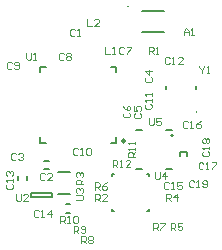
<source format=gto>
%FSAX44Y44*%
%MOMM*%
G71*
G01*
G75*
G04 Layer_Color=65535*
%ADD10R,0.5000X0.6000*%
%ADD11R,0.6000X0.5000*%
%ADD12R,0.7000X0.9000*%
%ADD13R,0.3000X0.6000*%
%ADD14R,1.5500X1.5500*%
%ADD15R,0.6500X0.2000*%
%ADD16R,0.2000X0.6500*%
%ADD17R,0.9000X0.7000*%
%ADD18O,0.8000X0.2000*%
%ADD19O,0.2000X0.8000*%
%ADD20R,4.6000X4.6000*%
%ADD21R,1.0000X2.0000*%
%ADD22R,0.7112X0.2286*%
%ADD23R,1.1500X1.4000*%
%ADD24R,0.4500X0.3500*%
%ADD25R,0.3500X0.4500*%
%ADD26C,0.1500*%
%ADD27C,0.3000*%
%ADD28C,0.5000*%
%ADD29C,0.2000*%
%ADD30C,0.9000*%
%ADD31C,0.6000*%
%ADD32C,0.8000*%
%ADD33R,0.9000X0.9000*%
%ADD34C,0.2500*%
%ADD35C,0.1250*%
D29*
X02961128Y02623028D02*
G03*
X02961128Y02623028I-00000010J00000000D01*
G01*
X03018878Y02533538D02*
G03*
X03018878Y02533538I-00000010J00000000D01*
G01*
X02999368Y02513778D02*
G03*
X02999368Y02513778I-00001000J00000000D01*
G01*
X02908118Y02448528D02*
X02912118D01*
X02908118Y02455528D02*
X02912118D01*
X02896118Y02461778D02*
Y02464778D01*
X02879118Y02461778D02*
Y02464778D01*
X02896118D01*
X02879118Y02461778D02*
X02896118D01*
X02978618Y02449778D02*
Y02451278D01*
X02977118Y02449778D02*
X02978618D01*
Y02479278D02*
Y02480778D01*
X02977118D02*
X02978618D01*
X02947618D02*
X02949118D01*
X02947618Y02479278D02*
Y02480778D01*
Y02449778D02*
Y02451278D01*
Y02449778D02*
X02949118D01*
X02875118Y02475778D02*
Y02479778D01*
X02868118Y02475778D02*
Y02479778D01*
X02950618Y02507778D02*
Y02512278D01*
X02946118Y02507778D02*
X02950618D01*
X02886618D02*
X02891118D01*
X02886618D02*
Y02512278D01*
Y02567278D02*
Y02571778D01*
X02891118D01*
X02950618Y02567278D02*
Y02571778D01*
X02946118D02*
X02950618D01*
X02973118Y02619028D02*
X02991118D01*
X02973118Y02601028D02*
X02991118D01*
X03011118Y02496028D02*
Y02500028D01*
X03004618D02*
X03011118D01*
X03004618Y02496028D02*
Y02500028D01*
X02901618Y02464528D02*
X02912032D01*
X02901704Y02482528D02*
X02912118D01*
X02889618Y02485528D02*
X02893618D01*
X02889618Y02492528D02*
X02893618D01*
X02992868Y02553528D02*
Y02555528D01*
X03018868Y02553528D02*
Y02555528D01*
X02967368Y02518528D02*
X02972368D01*
X02993368D02*
X02998368D01*
X02993368Y02485528D02*
X02998368D01*
X02967368D02*
X02972368D01*
D34*
X02958368Y02509278D02*
G03*
X02958368Y02509278I-00001250J00000000D01*
G01*
D35*
X02866368Y02464526D02*
Y02459528D01*
X02867368Y02458528D01*
X02869367D01*
X02870367Y02459528D01*
Y02464526D01*
X02876365Y02458528D02*
X02872366D01*
X02876365Y02462527D01*
Y02463526D01*
X02875365Y02464526D01*
X02873366D01*
X02872366Y02463526D01*
X02885367Y02449526D02*
X02884367Y02450526D01*
X02882368D01*
X02881368Y02449526D01*
Y02445528D01*
X02882368Y02444528D01*
X02884367D01*
X02885367Y02445528D01*
X02887366Y02444528D02*
X02889366D01*
X02888366D01*
Y02450526D01*
X02887366Y02449526D01*
X02895363Y02444528D02*
Y02450526D01*
X02892365Y02447527D01*
X02896363D01*
X02858620Y02472777D02*
X02857620Y02471777D01*
Y02469778D01*
X02858620Y02468778D01*
X02862618D01*
X02863618Y02469778D01*
Y02471777D01*
X02862618Y02472777D01*
X02863618Y02474776D02*
Y02476775D01*
Y02475776D01*
X02857620D01*
X02858620Y02474776D01*
Y02479774D02*
X02857620Y02480774D01*
Y02482773D01*
X02858620Y02483773D01*
X02859619D01*
X02860619Y02482773D01*
Y02481774D01*
Y02482773D01*
X02861619Y02483773D01*
X02862618D01*
X02863618Y02482773D01*
Y02480774D01*
X02862618Y02479774D01*
X03021368Y02572526D02*
Y02571526D01*
X03023367Y02569527D01*
X03025367Y02571526D01*
Y02572526D01*
X03023367Y02569527D02*
Y02566528D01*
X03027366D02*
X03029366D01*
X03028366D01*
Y02572526D01*
X03027366Y02571526D01*
X02874868Y02584026D02*
Y02579028D01*
X02875868Y02578028D01*
X02877867D01*
X02878867Y02579028D01*
Y02584026D01*
X02880866Y02578028D02*
X02882865D01*
X02881866D01*
Y02584026D01*
X02880866Y02583026D01*
X02916870Y02459278D02*
X02921868D01*
X02922868Y02460278D01*
Y02462277D01*
X02921868Y02463277D01*
X02916870D01*
X02917870Y02465276D02*
X02916870Y02466276D01*
Y02468275D01*
X02917870Y02469275D01*
X02918869D01*
X02919869Y02468275D01*
Y02467275D01*
Y02468275D01*
X02920869Y02469275D01*
X02921868D01*
X02922868Y02468275D01*
Y02466276D01*
X02921868Y02465276D01*
X02996117Y02579276D02*
X02995117Y02580276D01*
X02993118D01*
X02992118Y02579276D01*
Y02575278D01*
X02993118Y02574278D01*
X02995117D01*
X02996117Y02575278D01*
X02998116Y02574278D02*
X03000115D01*
X02999116D01*
Y02580276D01*
X02998116Y02579276D01*
X03007113Y02574278D02*
X03003114D01*
X03007113Y02578277D01*
Y02579276D01*
X03006113Y02580276D01*
X03004114D01*
X03003114Y02579276D01*
X02957870Y02533027D02*
X02956870Y02532027D01*
Y02530028D01*
X02957870Y02529028D01*
X02961868D01*
X02962868Y02530028D01*
Y02532027D01*
X02961868Y02533027D01*
X02956870Y02539025D02*
X02957870Y02537025D01*
X02959869Y02535026D01*
X02961868D01*
X02962868Y02536026D01*
Y02538025D01*
X02961868Y02539025D01*
X02960869D01*
X02959869Y02538025D01*
Y02535026D01*
X02966620Y02532527D02*
X02965620Y02531527D01*
Y02529528D01*
X02966620Y02528528D01*
X02970618D01*
X02971618Y02529528D01*
Y02531527D01*
X02970618Y02532527D01*
X02965620Y02538525D02*
Y02534526D01*
X02968619D01*
X02967619Y02536525D01*
Y02537525D01*
X02968619Y02538525D01*
X02970618D01*
X02971618Y02537525D01*
Y02535526D01*
X02970618Y02534526D01*
X02978618Y02528276D02*
Y02523278D01*
X02979618Y02522278D01*
X02981617D01*
X02982617Y02523278D01*
Y02528276D01*
X02988615D02*
X02984616D01*
Y02525277D01*
X02986615Y02526277D01*
X02987615D01*
X02988615Y02525277D01*
Y02523278D01*
X02987615Y02522278D01*
X02985616D01*
X02984616Y02523278D01*
X02947868Y02487028D02*
Y02493026D01*
X02950867D01*
X02951867Y02492026D01*
Y02490027D01*
X02950867Y02489027D01*
X02947868D01*
X02949867D02*
X02951867Y02487028D01*
X02953866D02*
X02955865D01*
X02954866D01*
Y02493026D01*
X02953866Y02492026D01*
X02962863Y02487028D02*
X02958864D01*
X02962863Y02491027D01*
Y02492026D01*
X02961863Y02493026D01*
X02959864D01*
X02958864Y02492026D01*
X02966868Y02495528D02*
X02960870D01*
Y02498527D01*
X02961870Y02499527D01*
X02963869D01*
X02964868Y02498527D01*
Y02495528D01*
Y02497527D02*
X02966868Y02499527D01*
Y02501526D02*
Y02503525D01*
Y02502526D01*
X02960870D01*
X02961870Y02501526D01*
X02966868Y02506524D02*
Y02508524D01*
Y02507524D01*
X02960870D01*
X02961870Y02506524D01*
X02923118Y02472528D02*
X02917120D01*
Y02475527D01*
X02918120Y02476527D01*
X02920119D01*
X02921118Y02475527D01*
Y02472528D01*
Y02474527D02*
X02923118Y02476527D01*
X02918120Y02478526D02*
X02917120Y02479526D01*
Y02481525D01*
X02918120Y02482525D01*
X02919119D01*
X02920119Y02481525D01*
Y02480525D01*
Y02481525D01*
X02921118Y02482525D01*
X02922118D01*
X02923118Y02481525D01*
Y02479526D01*
X02922118Y02478526D01*
X02932868Y02458278D02*
Y02464276D01*
X02935867D01*
X02936867Y02463276D01*
Y02461277D01*
X02935867Y02460277D01*
X02932868D01*
X02934867D02*
X02936867Y02458278D01*
X02942865D02*
X02938866D01*
X02942865Y02462277D01*
Y02463276D01*
X02941865Y02464276D01*
X02939866D01*
X02938866Y02463276D01*
X02926118Y02612276D02*
Y02606278D01*
X02930117D01*
X02936115D02*
X02932116D01*
X02936115Y02610277D01*
Y02611277D01*
X02935115Y02612276D01*
X02933116D01*
X02932116Y02611277D01*
X02941618Y02588526D02*
Y02582528D01*
X02945617D01*
X02947616D02*
X02949615D01*
X02948616D01*
Y02588526D01*
X02947616Y02587527D01*
X03016867Y02474776D02*
X03015867Y02475776D01*
X03013868D01*
X03012868Y02474776D01*
Y02470778D01*
X03013868Y02469778D01*
X03015867D01*
X03016867Y02470778D01*
X03018866Y02469778D02*
X03020865D01*
X03019866D01*
Y02475776D01*
X03018866Y02474776D01*
X03023864Y02470778D02*
X03024864Y02469778D01*
X03026863D01*
X03027863Y02470778D01*
Y02474776D01*
X03026863Y02475776D01*
X03024864D01*
X03023864Y02474776D01*
Y02473777D01*
X03024864Y02472777D01*
X03027863D01*
X03024870Y02500277D02*
X03023870Y02499277D01*
Y02497278D01*
X03024870Y02496278D01*
X03028868D01*
X03029868Y02497278D01*
Y02499277D01*
X03028868Y02500277D01*
X03029868Y02502276D02*
Y02504275D01*
Y02503276D01*
X03023870D01*
X03024870Y02502276D01*
Y02507274D02*
X03023870Y02508274D01*
Y02510273D01*
X03024870Y02511273D01*
X03025869D01*
X03026869Y02510273D01*
X03027869Y02511273D01*
X03028868D01*
X03029868Y02510273D01*
Y02508274D01*
X03028868Y02507274D01*
X03027869D01*
X03026869Y02508274D01*
X03025869Y02507274D01*
X03024870D01*
X03026869Y02508274D02*
Y02510273D01*
X03024617Y02490026D02*
X03023617Y02491026D01*
X03021618D01*
X03020618Y02490026D01*
Y02486028D01*
X03021618Y02485028D01*
X03023617D01*
X03024617Y02486028D01*
X03026616Y02485028D02*
X03028615D01*
X03027616D01*
Y02491026D01*
X03026616Y02490026D01*
X03031614Y02491026D02*
X03035613D01*
Y02490026D01*
X03031614Y02486028D01*
Y02485028D01*
X03011617Y02525276D02*
X03010617Y02526276D01*
X03008618D01*
X03007618Y02525276D01*
Y02521278D01*
X03008618Y02520278D01*
X03010617D01*
X03011617Y02521278D01*
X03013616Y02520278D02*
X03015616D01*
X03014616D01*
Y02526276D01*
X03013616Y02525276D01*
X03022613Y02526276D02*
X03020614Y02525276D01*
X03018615Y02523277D01*
Y02521278D01*
X03019614Y02520278D01*
X03021613D01*
X03022613Y02521278D01*
Y02522277D01*
X03021613Y02523277D01*
X03018615D01*
X02918617Y02502026D02*
X02917617Y02503026D01*
X02915618D01*
X02914618Y02502026D01*
Y02498028D01*
X02915618Y02497028D01*
X02917617D01*
X02918617Y02498028D01*
X02920616Y02497028D02*
X02922615D01*
X02921616D01*
Y02503026D01*
X02920616Y02502026D01*
X02925614D02*
X02926614Y02503026D01*
X02928613D01*
X02929613Y02502026D01*
Y02498028D01*
X02928613Y02497028D01*
X02926614D01*
X02925614Y02498028D01*
Y02502026D01*
X02862617Y02575276D02*
X02861617Y02576276D01*
X02859618D01*
X02858618Y02575276D01*
Y02571278D01*
X02859618Y02570278D01*
X02861617D01*
X02862617Y02571278D01*
X02864616D02*
X02865616Y02570278D01*
X02867615D01*
X02868615Y02571278D01*
Y02575276D01*
X02867615Y02576276D01*
X02865616D01*
X02864616Y02575276D01*
Y02574277D01*
X02865616Y02573277D01*
X02868615D01*
X02906617Y02582776D02*
X02905617Y02583776D01*
X02903618D01*
X02902618Y02582776D01*
Y02578778D01*
X02903618Y02577778D01*
X02905617D01*
X02906617Y02578778D01*
X02908616Y02582776D02*
X02909616Y02583776D01*
X02911615D01*
X02912615Y02582776D01*
Y02581777D01*
X02911615Y02580777D01*
X02912615Y02579778D01*
Y02578778D01*
X02911615Y02577778D01*
X02909616D01*
X02908616Y02578778D01*
Y02579778D01*
X02909616Y02580777D01*
X02908616Y02581777D01*
Y02582776D01*
X02909616Y02580777D02*
X02911615D01*
X02957617Y02587776D02*
X02956617Y02588776D01*
X02954618D01*
X02953618Y02587776D01*
Y02583778D01*
X02954618Y02582778D01*
X02956617D01*
X02957617Y02583778D01*
X02959616Y02588776D02*
X02963615D01*
Y02587776D01*
X02959616Y02583778D01*
Y02582778D01*
X02866117Y02497776D02*
X02865117Y02498776D01*
X02863118D01*
X02862118Y02497776D01*
Y02493778D01*
X02863118Y02492778D01*
X02865117D01*
X02866117Y02493778D01*
X02868116Y02497776D02*
X02869116Y02498776D01*
X02871115D01*
X02872115Y02497776D01*
Y02496777D01*
X02871115Y02495777D01*
X02870115D01*
X02871115D01*
X02872115Y02494777D01*
Y02493778D01*
X02871115Y02492778D01*
X02869116D01*
X02868116Y02493778D01*
X02890367Y02480776D02*
X02889367Y02481776D01*
X02887368D01*
X02886368Y02480776D01*
Y02476778D01*
X02887368Y02475778D01*
X02889367D01*
X02890367Y02476778D01*
X02896365Y02475778D02*
X02892366D01*
X02896365Y02479777D01*
Y02480776D01*
X02895365Y02481776D01*
X02893366D01*
X02892366Y02480776D01*
X02916117Y02602776D02*
X02915117Y02603776D01*
X02913118D01*
X02912118Y02602776D01*
Y02598778D01*
X02913118Y02597778D01*
X02915117D01*
X02916117Y02598778D01*
X02918116Y02597778D02*
X02920115D01*
X02919116D01*
Y02603776D01*
X02918116Y02602776D01*
X03008368Y02598528D02*
Y02602527D01*
X03010367Y02604526D01*
X03012367Y02602527D01*
Y02598528D01*
Y02601527D01*
X03008368D01*
X03014366Y02598528D02*
X03016365D01*
X03015366D01*
Y02604526D01*
X03014366Y02603526D01*
X02995617Y02473276D02*
X02994617Y02474276D01*
X02992618D01*
X02991618Y02473276D01*
Y02469278D01*
X02992618Y02468278D01*
X02994617D01*
X02995617Y02469278D01*
X02997616Y02468278D02*
X02999615D01*
X02998616D01*
Y02474276D01*
X02997616Y02473276D01*
X03006613Y02474276D02*
X03002614D01*
Y02471277D01*
X03004614Y02472277D01*
X03005613D01*
X03006613Y02471277D01*
Y02469278D01*
X03005613Y02468278D01*
X03003614D01*
X03002614Y02469278D01*
X02993118Y02458528D02*
Y02464526D01*
X02996117D01*
X02997117Y02463526D01*
Y02461527D01*
X02996117Y02460527D01*
X02993118D01*
X02995117D02*
X02997117Y02458528D01*
X03002115D02*
Y02464526D01*
X02999116Y02461527D01*
X03003115D01*
X02996868Y02433528D02*
Y02439526D01*
X02999867D01*
X03000867Y02438526D01*
Y02436527D01*
X02999867Y02435527D01*
X02996868D01*
X02998867D02*
X03000867Y02433528D01*
X03006865Y02439526D02*
X03002866D01*
Y02436527D01*
X03004865Y02437527D01*
X03005865D01*
X03006865Y02436527D01*
Y02434528D01*
X03005865Y02433528D01*
X03003866D01*
X03002866Y02434528D01*
X02932868Y02468028D02*
Y02474026D01*
X02935867D01*
X02936867Y02473026D01*
Y02471027D01*
X02935867Y02470027D01*
X02932868D01*
X02934867D02*
X02936867Y02468028D01*
X02942865Y02474026D02*
X02940865Y02473026D01*
X02938866Y02471027D01*
Y02469028D01*
X02939866Y02468028D01*
X02941865D01*
X02942865Y02469028D01*
Y02470027D01*
X02941865Y02471027D01*
X02938866D01*
X02921118Y02422528D02*
Y02428526D01*
X02924117D01*
X02925117Y02427526D01*
Y02425527D01*
X02924117Y02424527D01*
X02921118D01*
X02923117D02*
X02925117Y02422528D01*
X02927116Y02427526D02*
X02928116Y02428526D01*
X02930115D01*
X02931115Y02427526D01*
Y02426527D01*
X02930115Y02425527D01*
X02931115Y02424527D01*
Y02423528D01*
X02930115Y02422528D01*
X02928116D01*
X02927116Y02423528D01*
Y02424527D01*
X02928116Y02425527D01*
X02927116Y02426527D01*
Y02427526D01*
X02928116Y02425527D02*
X02930115D01*
X02914868Y02431278D02*
Y02437276D01*
X02917867D01*
X02918867Y02436276D01*
Y02434277D01*
X02917867Y02433277D01*
X02914868D01*
X02916867D02*
X02918867Y02431278D01*
X02920866Y02432278D02*
X02921866Y02431278D01*
X02923865D01*
X02924865Y02432278D01*
Y02436276D01*
X02923865Y02437276D01*
X02921866D01*
X02920866Y02436276D01*
Y02435277D01*
X02921866Y02434277D01*
X02924865D01*
X02903618Y02439778D02*
Y02445776D01*
X02906617D01*
X02907617Y02444776D01*
Y02442777D01*
X02906617Y02441777D01*
X02903618D01*
X02905617D02*
X02907617Y02439778D01*
X02909616D02*
X02911615D01*
X02910616D01*
Y02445776D01*
X02909616Y02444776D01*
X02914614D02*
X02915614Y02445776D01*
X02917614D01*
X02918613Y02444776D01*
Y02440778D01*
X02917614Y02439778D01*
X02915614D01*
X02914614Y02440778D01*
Y02444776D01*
X02982368Y02433778D02*
Y02439776D01*
X02985367D01*
X02986367Y02438776D01*
Y02436777D01*
X02985367Y02435777D01*
X02982368D01*
X02984367D02*
X02986367Y02433778D01*
X02988366Y02439776D02*
X02992365D01*
Y02438776D01*
X02988366Y02434778D01*
Y02433778D01*
X02983618Y02482776D02*
Y02477778D01*
X02984618Y02476778D01*
X02986617D01*
X02987617Y02477778D01*
Y02482776D01*
X02992615Y02476778D02*
Y02482776D01*
X02989616Y02479777D01*
X02993615D01*
X02975870Y02540527D02*
X02974870Y02539527D01*
Y02537528D01*
X02975870Y02536528D01*
X02979868D01*
X02980868Y02537528D01*
Y02539527D01*
X02979868Y02540527D01*
X02980868Y02542526D02*
Y02544525D01*
Y02543526D01*
X02974870D01*
X02975870Y02542526D01*
X02980868Y02547524D02*
Y02549524D01*
Y02548524D01*
X02974870D01*
X02975870Y02547524D01*
X02976370Y02563277D02*
X02975370Y02562277D01*
Y02560278D01*
X02976370Y02559278D01*
X02980368D01*
X02981368Y02560278D01*
Y02562277D01*
X02980368Y02563277D01*
X02981368Y02568275D02*
X02975370D01*
X02978369Y02565276D01*
Y02569275D01*
X02978618Y02583028D02*
Y02589026D01*
X02981617D01*
X02982617Y02588026D01*
Y02586027D01*
X02981617Y02585027D01*
X02978618D01*
X02980617D02*
X02982617Y02583028D01*
X02984616D02*
X02986615D01*
X02985616D01*
Y02589026D01*
X02984616Y02588026D01*
M02*

</source>
